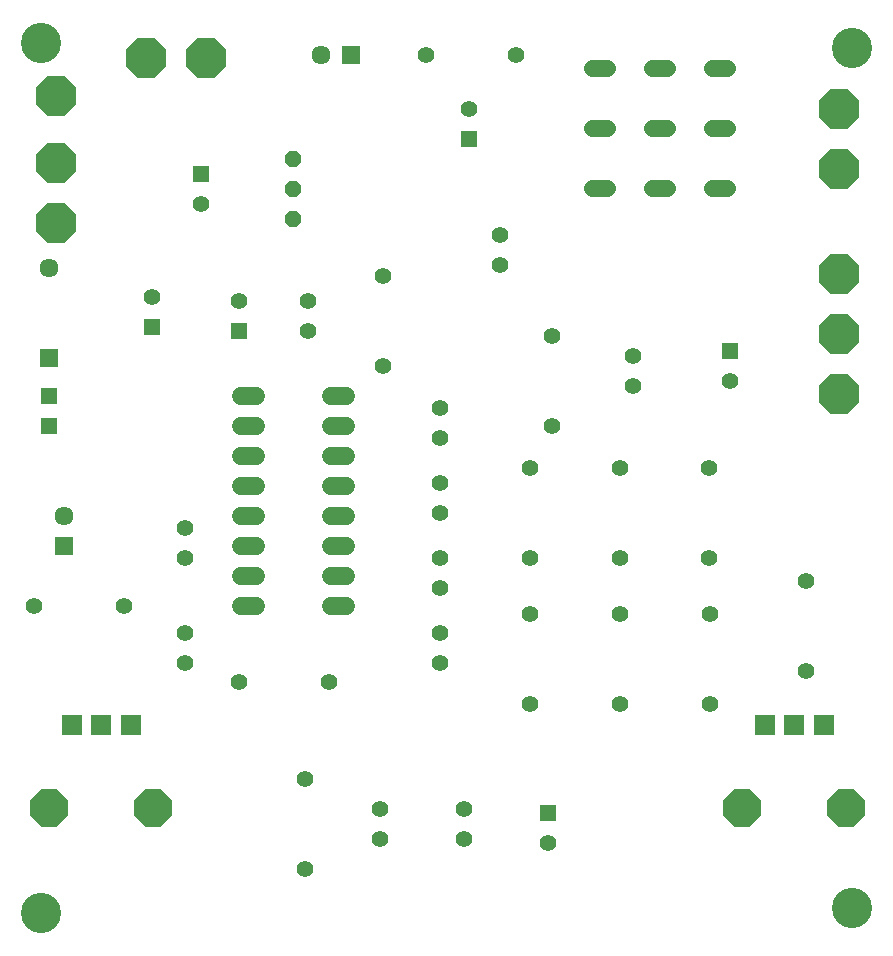
<source format=gts>
G75*
G70*
%OFA0B0*%
%FSLAX24Y24*%
%IPPOS*%
%LPD*%
%AMOC8*
5,1,8,0,0,1.08239X$1,22.5*
%
%ADD10C,0.1340*%
%ADD11C,0.0600*%
%ADD12C,0.0556*%
%ADD13R,0.0674X0.0674*%
%ADD14OC8,0.1261*%
%ADD15R,0.0556X0.0556*%
%ADD16OC8,0.1330*%
%ADD17OC8,0.0556*%
%ADD18R,0.0634X0.0634*%
%ADD19C,0.0634*%
%ADD20C,0.0556*%
D10*
X001601Y001101D03*
X001601Y030101D03*
X028626Y029926D03*
X028626Y001276D03*
D11*
X011761Y011351D02*
X011241Y011351D01*
X011241Y012351D02*
X011761Y012351D01*
X011761Y013351D02*
X011241Y013351D01*
X011241Y014351D02*
X011761Y014351D01*
X011761Y015351D02*
X011241Y015351D01*
X011241Y016351D02*
X011761Y016351D01*
X011761Y017351D02*
X011241Y017351D01*
X011241Y018351D02*
X011761Y018351D01*
X008761Y018351D02*
X008241Y018351D01*
X008241Y017351D02*
X008761Y017351D01*
X008761Y016351D02*
X008241Y016351D01*
X008241Y015351D02*
X008761Y015351D01*
X008761Y014351D02*
X008241Y014351D01*
X008241Y013351D02*
X008761Y013351D01*
X008761Y012351D02*
X008241Y012351D01*
X008241Y011351D02*
X008761Y011351D01*
D12*
X006401Y010451D03*
X006401Y009451D03*
X008201Y008801D03*
X011201Y008801D03*
X010376Y005576D03*
X012901Y004576D03*
X012901Y003576D03*
X010376Y002576D03*
X015676Y003576D03*
X015676Y004576D03*
X018476Y003451D03*
X017876Y008076D03*
X017876Y011076D03*
X017876Y012926D03*
X017876Y015926D03*
X018626Y017351D03*
X020901Y015926D03*
X021326Y018676D03*
X021326Y019676D03*
X018626Y020351D03*
X016876Y022701D03*
X016876Y023701D03*
X015851Y027901D03*
X014426Y029701D03*
X017426Y029701D03*
X013001Y022326D03*
X010476Y021501D03*
X010476Y020501D03*
X008176Y021501D03*
X005301Y021651D03*
X006926Y024751D03*
X013001Y019326D03*
X014876Y017951D03*
X014876Y016951D03*
X014876Y015451D03*
X014876Y014451D03*
X014876Y012951D03*
X014876Y011951D03*
X014876Y010451D03*
X014876Y009451D03*
X020876Y008076D03*
X020876Y011076D03*
X020901Y012926D03*
X023851Y012926D03*
X023876Y011076D03*
X023876Y008076D03*
X027076Y009176D03*
X027076Y012176D03*
X023851Y015926D03*
X024551Y018826D03*
X006401Y013951D03*
X006401Y012951D03*
X004351Y011351D03*
X001351Y011351D03*
D13*
X002617Y007357D03*
X003601Y007357D03*
X004585Y007357D03*
X025717Y007357D03*
X026701Y007357D03*
X027685Y007357D03*
D14*
X028433Y004601D03*
X024969Y004601D03*
X005333Y004601D03*
X001869Y004601D03*
D15*
X001851Y017351D03*
X001851Y018351D03*
X005301Y020651D03*
X008176Y020501D03*
X006926Y025751D03*
X015851Y026901D03*
X024551Y019826D03*
X018476Y004451D03*
D16*
X028176Y018401D03*
X028176Y020401D03*
X028176Y022401D03*
X028176Y025901D03*
X028176Y027901D03*
X007101Y029601D03*
X005101Y029601D03*
X002101Y028351D03*
X002101Y026101D03*
X002101Y024101D03*
D17*
X010001Y024226D03*
X010001Y025226D03*
X010001Y026226D03*
D18*
X011926Y029701D03*
X001851Y019601D03*
X002351Y013351D03*
D19*
X002351Y014351D03*
X001851Y022601D03*
X010926Y029701D03*
D20*
X019963Y029276D02*
X020439Y029276D01*
X021963Y029276D02*
X022439Y029276D01*
X023963Y029276D02*
X024439Y029276D01*
X024439Y027276D02*
X023963Y027276D01*
X022439Y027276D02*
X021963Y027276D01*
X020439Y027276D02*
X019963Y027276D01*
X019963Y025276D02*
X020439Y025276D01*
X021963Y025276D02*
X022439Y025276D01*
X023963Y025276D02*
X024439Y025276D01*
M02*

</source>
